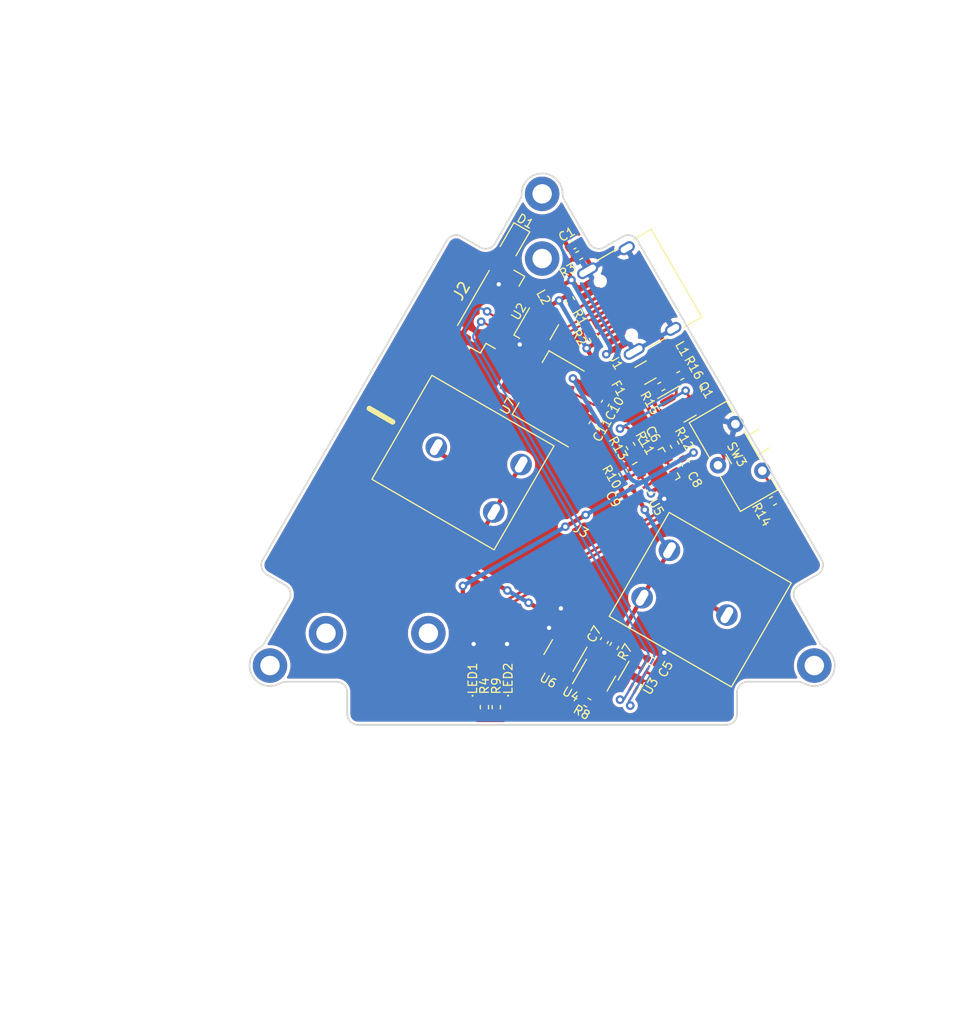
<source format=kicad_pcb>
(kicad_pcb (version 20211014) (generator pcbnew)
  (layers (0 "F.Cu" signal) (31 "B.Cu" signal) (34 "B.Paste" user) (35 "F.Paste" user) (36 "B.SilkS" user "B.Silkscreen") (37 "F.SilkS" user "F.Silkscreen") (38 "B.Mask" user) (39 "F.Mask" user) (44 "Edge.Cuts" user))
  (net 0 "")
  (net 1 "GNDPWR")
  (net 2 "Earth")
  (net 3 "GND")
  (net 4 "+BATT")
  (net 5 "+5V")
  (net 6 "Net-(C7-Pad1)")
  (net 7 "Net-(C7-Pad2)")
  (net 8 "+VSW")
  (net 9 "+3.3V")
  (net 10 "Net-(F1-Pad2)")
  (net 11 "VBUS")
  (net 12 "Net-(J1-PadA5)")
  (net 13 "USB-D+")
  (net 14 "USB-D-")
  (net 16 "Net-(J1-PadB5)")
  (net 18 "Net-(LED1-Pad1)")
  (net 19 "Net-(LED2-Pad1)")
  (net 20 "Net-(Q1-Pad1)")
  (net 21 "SYSOFF")
  (net 22 "Net-(R8-Pad2)")
  (net 23 "Net-(R9-Pad2)")
  (net 24 "Net-(R10-Pad1)")
  (net 25 "Net-(R11-Pad1)")
  (net 26 "/ILIM")
  (net 27 "Net-(R13-Pad1)")
  (net 28 "Net-(R14-Pad1)")
  (net 31 "Net-(U4-Pad1)")
  (net 32 "Net-(U4-Pad3)")
  (net 37 "I2c+")
  (net 38 "I2c-")
  (net 39 "Net-(R4-Pad2)")
  (footprint "Package_DFN_QFN:DFN-8-1EP_2x2mm_P0.5mm_EP0.7x1.3mm" (layer "F.Cu") (at -5.122768 40.524309 -120)
    (fp_text reference "U3")
    (fp_text value "MAX17048")
  )
  (footprint "Connector_JST:JST_SH_BM06B-SRSS-TB_1x06-1MP_P1.00mm_Vertical" (layer "F.Cu") (at -18.280301 6.411584 60)
    (fp_text reference "J2")
    (fp_text value "JST SH")
  )
  (footprint "Package_TO_SOT_SMD:SOT-23-6" (layer "F.Cu") (at -8.567894 40.391444 60)
    (fp_text reference "U4")
    (fp_text value "DW01A")
  )
  (footprint "Fuse:Fuse_1206_3216Metric" (layer "F.Cu") (at -4.047564 12.336482 30)
    (fp_text reference "F1")
    (fp_text value "1.5A")
  )
  (footprint "Resistor_SMD:R_0402_1005Metric" (layer "F.Cu") (at 7.78532 24.239781 -150)
    (fp_text reference "R14")
    (fp_text value "100 kOhm")
  )
  (footprint "LED_SMD:LED_0402_1005Metric" (layer "F.Cu") (at -20.100001 43.384999 -90)
    (fp_text reference "LED1")
    (fp_text value "green")
  )
  (footprint "Package_TO_SOT_SMD:SOT-23" (layer "F.Cu") (at -0.691827 15.248791 30)
    (fp_text reference "Q1")
    (fp_text value "2N7002")
  )
  (footprint "Capacitor_SMD:C_0402_1005Metric" (layer "F.Cu") (at -7.868921 37.180783 -120)
    (fp_text reference "C7")
    (fp_text value "100 nF")
  )
  (footprint "Capacitor_SMD:C_0402_1005Metric" (layer "F.Cu") (at -0.34859 20.743298 -60)
    (fp_text reference "C8")
    (fp_text value "4.7 uF")
  )
  (footprint "Resistor_SMD:R_0402_1005Metric" (layer "F.Cu") (at -1.343589 19.019904 120)
    (fp_text reference "R12")
    (fp_text value "1k2")
  )
  (footprint "Capacitor_SMD:C_0402_1005Metric" (layer "F.Cu") (at -3.386121 17.982139 120)
    (fp_text reference "C6")
    (fp_text value "4.7 uF")
  )
  (footprint "Inductor_SMD:L_0402_1005Metric" (layer "F.Cu") (at -1.643589 10.700289 -60)
    (fp_text reference "L1")
    (fp_text value "BLM15PX121SN1D")
  )
  (footprint "custom:MountingHole_1.8mm_M1.6_Pad" (layer "F.Cu") (at -13.641536 -4.242285 -60)
    (fp_text reference "H1" hide)
    (fp_text value "Frame Attach")
  )
  (footprint "Resistor_SMD:R_0402_1005Metric" (layer "F.Cu") (at -19.000001 43.360001 90)
    (fp_text reference "R4")
    (fp_text value "1.5 kOhm")
  )
  (footprint "Resistor_SMD:R_0402_1005Metric" (layer "F.Cu") (at -2.577416 13.622858 30)
    (fp_text reference "R15")
    (fp_text value "100 Ohm")
  )
  (footprint "Diode_SMD:D_SOD-323" (layer "F.Cu") (at -16.278653 0.156872 -120)
    (fp_text reference "D1")
    (fp_text value "BSD3C051V")
  )
  (footprint "Capacitor_SMD:C_0402_1005Metric" (layer "F.Cu") (at -7.78333 15.172529 -120)
    (fp_text reference "C10")
    (fp_text value "1 uF")
  )
  (footprint "custom:MountingHole_1.8mm_M1.6_Pad" (layer "F.Cu") (at -38.896156 39.5 -60)
    (fp_text reference "H3" hide)
    (fp_text value "Frame Attach")
  )
  (footprint "Resistor_SMD:R_0402_1005Metric" (layer "F.Cu") (at -4.310446 18.481156 120)
    (fp_text reference "R11")
    (fp_text value "47k")
  )
  (footprint "custom:MountingHole_1.8mm_M1.6_Pad" (layer "F.Cu") (at -13.641535 1.757716 -90)
    (fp_text reference "H5" hide)
    (fp_text value "Frame Attach")
  )
  (footprint "Resistor_SMD:R_0402_1005Metric" (layer "F.Cu") (at -10.2023 1.456166 -150)
    (fp_text reference "R3")
    (fp_text value "1 MOhm")
  )
  (footprint "Capacitor_SMD:C_0402_1005Metric" (layer "F.Cu") (at -5.698139 23.277604 -150)
    (fp_text reference "C9")
    (fp_text value "4.7 uF")
  )
  (footprint "marbastlib-various:SW_SSSS213100" (layer "F.Cu") (at 4.114843 20.094684 -60)
    (fp_text reference "SW3")
    (fp_text value "PWR")
  )
  (footprint "Package_DFN_QFN:VQFN-16-1EP_3x3mm_P0.5mm_EP1.6x1.6mm" (layer "F.Cu") (at -3.051857 21.461099 30)
    (fp_text reference "U5")
    (fp_text value "BQ24075")
  )
  (footprint "Resistor_SMD:R_0402_1005Metric" (layer "F.Cu") (at -11.040833 5.623789 -60)
    (fp_text reference "R1")
    (fp_text value "22kOhm")
  )
  (footprint "Resistor_SMD:R_0402_1005Metric" (layer "F.Cu") (at -9.446222 42.932751 150)
    (fp_text reference "R8")
    (fp_text value "1 kOhm")
  )
  (footprint "marbastlib-various:SOT-23-6-routable" (layer "F.Cu") (at -13.864755 7.805871 60)
    (fp_text reference "U2")
    (fp_text value "SRV05-4")
  )
  (footprint "custom:MountingHole_1.8mm_M1.6_Pad" (layer "F.Cu") (at -24.2 36.5 150)
    (fp_text reference "H4" hide)
    (fp_text value "Frame Attach")
  )
  (footprint "Capacitor_SMD:C_0402_1005Metric" (layer "F.Cu") (at -10.778282 0.51854 30)
    (fp_text reference "C1")
    (fp_text value "100 nF")
  )
  (footprint "Inductor_SMD:L_0402_1005Metric" (layer "F.Cu") (at -12.153615 4.466391 -150)
    (fp_text reference "L2")
    (fp_text value "BLM15PX121SN1D")
  )
  (footprint "Capacitor_SMD:C_0402_1005Metric" (layer "F.Cu") (at -3.459318 39.103129 150)
    (fp_text reference "C5")
    (fp_text value "100 nF")
  )
  (footprint "custom:MountingHole_1.8mm_M1.6_Pad" (layer "F.Cu") (at -33.7 36.5 30)
    (fp_text reference "H6" hide)
    (fp_text value "Frame Attach")
  )
  (footprint "Resistor_SMD:R_0402_1005Metric" (layer "F.Cu") (at -6.944596 37.679801 -120)
    (fp_text reference "R7")
    (fp_text value "100 Ohm")
  )
  (footprint "Package_TO_SOT_SMD:SOT-23-6" (layer "F.Cu") (at -11.728886 38.566442 -120)
    (fp_text reference "U6")
    (fp_text value "FS8205")
  )
  (footprint "Resistor_SMD:R_0402_1005Metric" (layer "F.Cu") (at -6.133426 21.623661 120)
    (fp_text reference "R10")
    (fp_text value "10 kOhm")
  )
  (footprint "Resistor_SMD:R_0402_1005Metric" (layer "F.Cu") (at -8.855929 9.108152 120)
    (fp_text reference "R2")
    (fp_text value "22kOhm")
  )
  (footprint "custom:MountingHole_1.8mm_M1.6_Pad" (layer "F.Cu") (at 11.613084 39.5 -60)
    (fp_text reference "H2" hide)
    (fp_text value "Frame Attach")
  )
  (footprint "Capacitor_SMD:C_0402_1005Metric" (layer "F.Cu") (at -8.928554 17.156116 -120)
    (fp_text reference "C11")
    (fp_text value "1 uF")
  )
  (footprint "Package_TO_SOT_SMD:SOT-223-3_TabPin2" (layer "F.Cu") (at -13.056983 14.21831 150)
    (fp_text reference "U7")
    (fp_text value "TLV1117LV33DCYR")
  )
  (footprint "Resistor_SMD:R_0402_1005Metric" (layer "F.Cu") (at -17.9 43.36 90)
    (fp_text reference "R9")
    (fp_text value "1.5 kOhm")
  )
  (footprint "Resistor_SMD:R_0402_1005Metric" (layer "F.Cu") (at -5.436279 19.131155 120)
    (fp_text reference "R13")
    (fp_text value "1k2")
  )
  (footprint "custom:Keystone 18350 clips" (layer "F.Cu") (at -9.978248 27.034238 150)
    (fp_text reference "J3")
    (fp_text value "Battery")
  )
  (footprint "LED_SMD:LED_0402_1005Metric" (layer "F.Cu") (at -16.800001 43.385001 -90)
    (fp_text reference "LED2")
    (fp_text value "orange")
  )
  (footprint "Resistor_SMD:R_0402_1005Metric" (layer "F.Cu") (at -0.828044 12.612858 30)
    (fp_text reference "R16")
    (fp_text value "10 kOhm")
  )
  (footprint "Connector_USB:USB_C_Receptacle_HRO_TYPE-C-31-M-12" (layer "F.Cu") (at -4.551281 5.064019 120)
    (fp_text reference "J1")
    (fp_text value "HRO_TYPE-C-31-M-12")
  )
  (gr_line (start 4.446896 44) (end 4.446895 42.000001) (layer "Edge.Cuts") (width 0.15))
  (gr_line (start 9.829029 33.409924) (end 12.177277 37.477207) (layer "Edge.Cuts") (width 0.15))
  (gr_line (start -22.487769 0.079844) (end -39.5762 29.677872) (layer "Edge.Cuts") (width 0.15))
  (gr_arc (start -32.729965 41.000002) (mid -32.022855 41.292893) (end -31.729964 42.000003) (layer "Edge.Cuts") (width 0.15))
  (gr_arc (start -15.541476 -4.227352) (mid -15.574512 -3.964472) (end -15.675419 -3.719493) (layer "Edge.Cuts") (width 0.15))
  (gr_arc (start -39.210174 31.043897) (mid -39.676105 30.436699) (end -39.5762 29.677872) (layer "Edge.Cuts") (width 0.15))
  (gr_line (start -39.210174 31.043897) (end -37.478124 32.043897) (layer "Edge.Cuts") (width 0.15))
  (gr_arc (start -22.487769 0.079844) (mid -21.880563 -0.386079) (end -21.121745 -0.286183) (layer "Edge.Cuts") (width 0.15))
  (gr_arc (start -37.93325 41.137934) (mid -37.689075 41.035095) (end -37.426462 41.000001) (layer "Edge.Cuts") (width 0.15))
  (gr_line (start 10.195055 32.043899) (end 11.927105 31.043898) (layer "Edge.Cuts") (width 0.15))
  (gr_arc (start -37.478124 32.043897) (mid -37.012192 32.651102) (end -37.112098 33.409922) (layer "Edge.Cuts") (width 0.15))
  (gr_line (start -19.389693 0.713818) (end -21.121745 -0.286183) (layer "Edge.Cuts") (width 0.15))
  (gr_arc (start -18.023669 0.347793) (mid -18.630874 0.81372) (end -19.389693 0.713818) (layer "Edge.Cuts") (width 0.15))
  (gr_arc (start -30.729965 45.000001) (mid -31.437084 44.707119) (end -31.729964 44.000001) (layer "Edge.Cuts") (width 0.15))
  (gr_line (start -11.60765 -3.719495) (end -9.2594 0.347791) (layer "Edge.Cuts") (width 0.15))
  (gr_arc (start 12.550126 37.847137) (mid 12.338964 37.687105) (end 12.177277 37.477207) (layer "Edge.Cuts") (width 0.15))
  (gr_arc (start -39.460347 37.477209) (mid -39.62205 37.687091) (end -39.833193 37.847138) (layer "Edge.Cuts") (width 0.15))
  (gr_arc (start 4.446895 42.000001) (mid 4.739822 41.292927) (end 5.446896 41.000001) (layer "Edge.Cuts") (width 0.15))
  (gr_arc (start -15.541476 -4.227352) (mid -13.641536 -6.142282) (end -11.741593 -4.227353) (layer "Edge.Cuts") (width 0.15))
  (gr_line (start -37.112098 33.409922) (end -39.460347 37.477209) (layer "Edge.Cuts") (width 0.15))
  (gr_line (start -6.161325 -0.286184) (end -7.893376 0.713818) (layer "Edge.Cuts") (width 0.15))
  (gr_arc (start 12.293129 29.677872) (mid 12.393039 30.436694) (end 11.927105 31.043898) (layer "Edge.Cuts") (width 0.15))
  (gr_arc (start 10.143392 41.000001) (mid 10.406009 41.035087) (end 10.650183 41.137933) (layer "Edge.Cuts") (width 0.15))
  (gr_arc (start 9.829029 33.409924) (mid 9.729082 32.651092) (end 10.195055 32.043899) (layer "Edge.Cuts") (width 0.15))
  (gr_line (start -15.675419 -3.719493) (end -18.023669 0.347793) (layer "Edge.Cuts") (width 0.15))
  (gr_line (start 12.293129 29.677872) (end -4.7953 0.079842) (layer "Edge.Cuts") (width 0.15))
  (gr_arc (start 12.550126 37.847137) (mid 13.258532 40.450001) (end 10.650183 41.137933) (layer "Edge.Cuts") (width 0.15))
  (gr_line (start -31.729964 42.000003) (end -31.729964 44.000001) (layer "Edge.Cuts") (width 0.15))
  (gr_arc (start -37.93325 41.137934) (mid -40.541603 40.450002) (end -39.833193 37.847138) (layer "Edge.Cuts") (width 0.15))
  (gr_line (start -37.426462 41.000001) (end -32.729965 41.000002) (layer "Edge.Cuts") (width 0.15))
  (gr_arc (start -6.161325 -0.286184) (mid -5.402518 -0.38604) (end -4.7953 0.079842) (layer "Edge.Cuts") (width 0.15))
  (gr_arc (start 4.446896 44) (mid 4.154027 44.707133) (end 3.446894 45.000001) (layer "Edge.Cuts") (width 0.15))
  (gr_line (start 5.446896 41.000001) (end 10.143392 41.000001) (layer "Edge.Cuts") (width 0.15))
  (gr_arc (start -11.60765 -3.719495) (mid -11.70855 -3.964476) (end -11.741593 -4.227353) (layer "Edge.Cuts") (width 0.15))
  (gr_line (start -30.729965 45.000001) (end 3.446894 45.000001) (layer "Edge.Cuts") (width 0.15))
  (gr_arc (start -7.893376 0.713818) (mid -8.652197 0.813723) (end -9.2594 0.347791) (layer "Edge.Cuts") (width 0.15))
  (segment (start -10.849813 3.71364) (end -10.56545 4.206172) (width 0.4) (layer "F.Cu") (net 1))
  (segment (start -11.232438 2.050918) (end -10.643975 1.711165) (width 0.4) (layer "F.Cu") (net 1))
  (segment (start -11.634998 0.128636) (end -14.6725 -1.625066) (width 0.4) (layer "F.Cu") (net 1))
  (segment (start -6.429355 9.901099) (end -7.689422 10.628601) (width 0.4) (layer "F.Cu") (net 1))
  (segment (start -15.355513 -1.442054) (end -15.753653 -0.752455) (width 0.4) (layer "F.Cu") (net 1))
  (segment (start -11.733592 4.22389) (end -10.849813 3.71364) (width 0.4) (layer "F.Cu") (net 1))
  (segment (start -10.849813 3.71364) (end -11.415451 2.733929) (width 0.4) (layer "F.Cu") (net 1))
  (segment (start -10.643975 1.711165) (end -11.451985 0.311649) (width 0.4) (layer "F.Cu") (net 1))
  (via (at -7.689422 10.628601) (size 0.8) (drill 0.4) (layers "F.Cu" "B.Cu") (net 1))
  (via (at -10.919743 3.754015) (size 0.8) (drill 0.4) (layers "F.Cu" "B.Cu") (net 1))
  (arc (start -9.882438 4.389186) (mid -10.261846 4.439134) (end -10.56545 4.206172) (width 0.4) (layer "F.Cu") (net 1))
  (arc (start -11.451985 0.311649) (mid -11.531445 0.208096) (end -11.634998 0.128636) (width 0.4) (layer "F.Cu") (net 1))
  (arc (start -11.415451 2.733929) (mid -11.465399 2.354518) (end -11.232438 2.050918) (width 0.4) (layer "F.Cu") (net 1))
  (arc (start -14.6725 -1.625066) (mid -15.05191 -1.675016) (end -15.355513 -1.442054) (width 0.4) (layer "F.Cu") (net 1))
  (segment (start -7.488705 10.512717) (end -7.689422 10.628601) (width 0.4) (layer "B.Cu") (net 1))
  (segment (start -10.919743 3.754015) (end -7.38538 9.875711) (width 0.4) (layer "B.Cu") (net 1))
  (arc (start -7.38538 9.875711) (mid -7.335441 10.255119) (end -7.568414 10.558737) (width 0.4) (layer "B.Cu") (net 1))
  (segment (start -10.362588 0.278537) (end -8.997589 2.642788) (width 0.4) (layer "F.Cu") (net 2))
  (segment (start -5.801955 0.797789) (end -9.421943 2.88779) (width 0.4) (layer "B.Cu") (net 2))
  (segment (start -1.481957 8.280248) (end -5.801955 0.797789) (width 0.4) (layer "B.Cu") (net 2))
  (segment (start -5.101941 10.370247) (end -1.481957 8.280248) (width 0.4) (layer "B.Cu") (net 2))
  (segment (start -5.820526 41.232858) (end -5.464274 40.615814) (width 0.25) (layer "F.Cu") (net 3))
  (segment (start -3.143363 21.802604) (end -3.051857 21.461099) (width 0.25) (layer "F.Cu") (net 3))
  (segment (start -3.579688 22.631867) (end -3.564131 22.573813) (width 0.2) (layer "F.Cu") (net 3))
  (segment (start -2.114612 23.584453) (end -2.549613 22.83101) (width 0.25) (layer "F.Cu") (net 3))
  (segment (start -5.772285 40.149309) (end -5.122768 40.524309) (width 0.25) (layer "F.Cu") (net 3))
  (segment (start -3.564131 22.573813) (end -3.507663 22.541211) (width 0.2) (layer "F.Cu") (net 3))
  (segment (start -3.991997 40.065757) (end -4.473249 40.899309) (width 0.25) (layer "F.Cu") (net 3))
  (segment (start -2.938209 21.657944) (end -3.051857 21.461099) (width 0.25) (layer "F.Cu") (net 3))
  (segment (start -4.473249 40.899309) (end -5.122768 40.524309) (width 0.25) (layer "F.Cu") (net 3))
  (segment (start -1.964315 21.944779) (end -1.981993 21.914162) (width 0.2) (layer "F.Cu") (net 3))
  (segment (start -5.291036 39.315758) (end -5.772285 40.149309) (width 0.25) (layer "F.Cu") (net 3))
  (segment (start -3.921769 22.829368) (end -3.579688 22.631867) (width 0.2) (layer "F.Cu") (net 3))
  (segment (start -1.896011 21.963081) (end -1.964315 21.944779) (width 0.2) (layer "F.Cu") (net 3))
  (segment (start -1.981993 21.914162) (end -2.938209 21.657944) (width 0.2) (layer "F.Cu") (net 3))
  (segment (start -3.248701 21.574745) (end -3.051857 21.461099) (width 0.25) (layer "F.Cu") (net 3))
  (segment (start -1.683588 22.331009) (end -1.896011 21.963081) (width 0.2) (layer "F.Cu") (net 3))
  (segment (start -2.549613 22.83101) (end -3.143363 21.802604) (width 0.25) (layer "F.Cu") (net 3))
  (segment (start -5.464274 40.615814) (end -5.122768 40.524309) (width 0.25) (layer "F.Cu") (net 3))
  (segment (start -3.507663 22.541211) (end -3.248701 21.574745) (width 0.2) (layer "F.Cu") (net 3))
  (via (at -16.9 37.5) (size 0.8) (drill 0.4) (layers "F.Cu" "B.Cu") (net 3))
  (via (at -2.3 38.3) (size 0.8) (drill 0.4) (layers "F.Cu" "B.Cu") (net 3))
  (via (at -13 36) (size 0.8) (drill 0.4) (layers "F.Cu" "B.Cu") (net 3))
  (via (at -15.718587 9.721677) (size 0.8) (drill 0.4) (layers "F.Cu" "B.Cu") (net 3))
  (via (at -20 37.5) (size 0.8) (drill 0.4) (layers "F.Cu" "B.Cu") (net 3))
  (via (at -17.665959 4.148731) (size 0.8) (drill 0.4) (layers "F.Cu" "B.Cu") (net 3))
  (via (at -11.9 34.2) (size 0.8) (drill 0.4) (layers "F.Cu" "B.Cu") (net 3))
  (via (at -2.314775 24.037762) (size 0.8) (drill 0.4) (layers "F.Cu" "B.Cu") (net 3))
  (segment (start 3.505769 34.819238) (end -3.093346 31.009238) (width 0.4) (layer "F.Cu") (net 4))
  (segment (start 2.608709 34.301321) (end 3.505769 34.819238) (width 0.4) (layer "F.Cu") (net 4))
  (segment (start -4.858024 39.565758) (end -4.425012 39.815758) (width 0.25) (layer "F.Cu") (net 4))
  (segment (start -4.171771 22.396354) (end -4.296769 22.179849) (width 0.25) (layer "F.Cu") (net 4))
  (segment (start -4.296769 22.179849) (end -4.421768 21.963343) (width 0.25) (layer "F.Cu") (net 4))
  (segment (start -4.117447 25.055443) (end -5.282447 23.037604) (width 0.4) (layer "F.Cu") (net 4))
  (segment (start -3.093346 31.009238) (end -4.363348 33.208942) (width 0.4) (layer "F.Cu") (net 4))
  (segment (start -4.171769 22.396357) (end -5.152541 22.962606) (width 0.25) (layer "F.Cu") (net 4))
  (segment (start 2.34657 34.149975) (end 3.505768 34.819238) (width 0.4) (layer "F.Cu") (net 4))
  (segment (start -4.425012 39.815758) (end -3.875011 38.863128) (width 0.25) (layer "F.Cu") (net 4))
  (segment (start -6.689596 37.238128) (end -3.875011 38.863128) (width 0.4) (layer "F.Cu") (net 4))
  (segment (start -6.689596 37.238128) (end -4.363348 33.208942) (width 0.4) (layer "F.Cu") (net 4))
  (segment (start -5.282447 23.037604) (end -5.152541 22.962603) (width 0.25) (layer "F.Cu") (net 4))
  (segment (start 7.343648 24.494782) (end 2.163556 33.466963) (width 0.4) (layer "F.Cu") (net 4))
  (segment (start -5.152541 22.962603) (end -5.152541 22.962606) (width 0.25) (layer "F.Cu") (net 4))
  (segment (start -1.918351 28.864386) (end -1.823345 28.809534) (width 0.25) (layer "F.Cu") (net 4))
  (segment (start -4.363348 33.208942) (end -1.823345 28.809534) (width 0.4) (layer "F.Cu") (net 4))
  (via (at -4.117447 25.055443) (size 0.8) (drill 0.4) (layers "F.Cu" "B.Cu") (net 4))
  (arc (start 2.163556 33.466963) (mid 2.113606 33.846372) (end 2.34657 34.149975) (width 0.4) (layer "F.Cu") (net 4))
  (segment (start -1.918351 28.864386) (end -1.823345 28.809534) (width 0.4) (layer "B.Cu") (net 4))
  (segment (start -4.117447 25.055443) (end -1.918351 28.864386) (width 0.4) (layer "B.Cu") (net 4))
  (segment (start -12.065255 5.649436) (end -12.659222 5.992363) (width 0.4) (layer "F.Cu") (net 5))
  (segment (start -5.26 13.036484) (end -4.585446 14.204845) (width 0.4) (layer "F.Cu") (net 5))
  (segment (start -3.121087 19.841187) (end -3.077787 19.816187) (width 0.25) (layer "F.Cu") (net 5))
  (segment (start -8.600928 9.549825) (end -9.510255 10.074824) (width 0.4) (layer "F.Cu") (net 5))
  (segment (start -2.947883 19.741186) (end -3.034486 19.791185) (width 0.4) (layer "F.Cu") (net 5))
  (segment (start -3.146121 18.397829) (end -2.764871 19.058173) (width 0.4) (layer "F.Cu") (net 5))
  (segment (start -11.295831 5.182115) (end -12.057935 5.622116) (width 0.4) (layer "F.Cu") (net 5))
  (segment (start -9.510255 10.074824) (end -7.665256 13.27046) (width 0.4) (layer "F.Cu") (net 5))
  (segment (start -2.84301 18.222829) (end -3.146121 18.397829) (width 0.4) (layer "F.Cu") (net 5))
  (segment (start -12.057935 5.622116) (end -12.065255 5.649436) (width 0.4) (layer "F.Cu") (net 5))
  (segment (start -3.077787 19.816187) (end -3.034486 19.791185) (width 0.25) (layer "F.Cu") (net 5))
  (segment (start -6.299228 13.636484) (end -5.26 13.036484) (width 0.4) (layer "F.Cu") (net 5))
  (segment (start -3.902433 14.387857) (end -3.019089 13.877858) (width 0.4) (layer "F.Cu") (net 5))
  (segment (start -4.585446 14.204845) (end -2.659999 17.539817) (width 0.4) (layer "F.Cu") (net 5))
  (segment (start -5.26 13.036484) (end -5.26732 13.063804) (width 0.4) (layer "F.Cu") (net 5))
  (segment (start -13.275354 6.791586) (end -13.025249 6.358388) (width 0.4) (layer "F.Cu") (net 5))
  (via (at -12.065255 5.649436) (size 0.8) (drill 0.4) (layers "F.Cu" "B.Cu") (net 5))
  (via (at -9.510255 10.074824) (size 0.8) (drill 0.4) (layers "F.Cu" "B.Cu") (net 5))
  (arc (start -6.299228 13.636484) (mid -7.058049 13.736385) (end -7.665256 13.27046) (width 0.4) (layer "F.Cu") (net 5))
  (arc (start -12.659222 5.992363) (mid -12.866331 6.151281) (end -13.025249 6.358388) (width 0.4) (layer "F.Cu") (net 5))
  (arc (start -2.764871 19.058173) (mid -2.71492 19.437581) (end -2.947883 19.741186) (width 0.4) (layer "F.Cu") (net 5))
  (arc (start -4.585446 14.204845) (mid -4.281843 14.437809) (end -3.902433 14.387857) (width 0.4) (layer "F.Cu") (net 5))
  (arc (start -2.659999 17.539817) (mid -2.610048 17.919226) (end -2.84301 18.222829) (width 0.4) (layer "F.Cu") (net 5))
  (segment (start -12.065255 5.649436) (end -9.515256 10.066166) (width 0.4) (layer "B.Cu") (net 5))
  (segment (start -7.999143 39.406337) (end -7.267892 38.139776) (width 0.25) (layer "F.Cu") (net 6))
  (segment (start -7.216914 38.111474) (end -7.575619 36.77277) (width 0.3) (layer "F.Cu") (net 6))
  (segment (start -16.870939 32.537724) (end -20.103375 30.671475) (width 0.4) (layer "F.Cu") (net 7))
  (segment (start -18.13315 25.258944) (end -20.469402 29.305448) (width 0.4) (layer "F.Cu") (net 7))
  (segment (start -10.337415 38.056337) (end -8.821865 38.931339) (width 0.4) (layer "F.Cu") (net 7))
  (segment (start -15.76815 21.162642) (end -18.308148 25.562052) (width 0.4) (layer "F.Cu") (net 7))
  (segment (start -14.90073 33.675223) (end -8.108921 37.596475) (width 0.4) (layer "F.Cu") (net 7))
  (segment (start -8.821865 38.931339) (end -8.090616 37.664774) (width 0.4) (layer "F.Cu") (net 7))
  (segment (start -23.63726 19.552348) (end -17.038148 23.362346) (width 0.4) (layer "F.Cu") (net 7))
  (via (at -14.90073 33.675223) (size 0.8) (drill 0.4) (layers "F.Cu" "B.Cu") (net 7))
  (via (at -16.870939 32.537724) (size 0.8) (drill 0.4) (layers "F.Cu" "B.Cu") (net 7))
  (arc (start -20.469402 29.305448) (mid -20.5693 30.064268) (end -20.103375 30.671475) (width 0.4) (layer "F.Cu") (net 7))
  (segment (start -16.870939 32.537724) (end -14.90073 33.675223) (width 0.4) (layer "B.Cu") (net 7))
  (segment (start -2.982627 23.081011) (end -3.086549 23.14101) (width 0.2) (layer "F.Cu") (net 8))
  (segment (start 0.234136 19.852604) (end -0.588588 20.327607) (width 0.4) (layer "F.Cu") (net 8))
  (segment (start -10.783733 12.874963) (end -9.179004 13.801453) (width 0.4) (layer "F.Cu") (net 8))
  (segment (start -1.681946 20.958854) (end -0.588588 20.327607) (width 0.25) (layer "F.Cu") (net 8))
  (segment (start -7.546825 14.743792) (end -9.179004 13.801453) (width 0.4) (layer "F.Cu") (net 8))
  (segment (start -16.8 43.869999) (end -16.800002 44.039999) (width 0.4) (layer "F.Cu") (net 8))
  (segment (start -16.748948 43.818945) (end -16.8 43.869999) (width 0.4) (layer "F.Cu") (net 8))
  (segment (start -3.543421 23.534688) (end -3.50224 23.38101) (width 0.4) (layer "F.Cu") (net 8))
  (segment (start -3.090879 23.14351) (end -3.502244 23.381012) (width 0.4) (layer "F.Cu") (net 8))
  (segment (start -20.100001 43.869999) (end -20.5 43.869999) (width 0.4) (layer "F.Cu") (net 8))
  (segment (start -17.300002 44.54) (end -19.599998 44.54) (width 0.4) (layer "F.Cu") (net 8))
  (segment (start -21 43.369999) (end -21 32.11539) (width 0.4) (layer "F.Cu") (net 8))
  (segment (start -21 32.11539) (end -20.992305 32.107695) (width 0.4) (layer "F.Cu") (net 8))
  (segment (start -3.502244 23.381012) (end -3.543421 23.534688) (width 0.4) (layer "F.Cu") (net 8))
  (segment (start -11.487733 26.620228) (end -9.604128 25.532728) (width 0.4) (layer "F.Cu") (net 8))
  (segment (start -1.809688 21.032601) (end -2.059687 20.599591) (width 0.25) (layer "F.Cu") (net 8))
  (via (at -11.487733 26.620228) (size 0.8) (drill 0.4) (layers "F.Cu" "B.Cu") (net 8))
  (via (at -10.783733 12.874963) (size 0.8) (drill 0.4) (layers "F.Cu" "B.Cu") (net 8))
  (via (at -20.992305 32.107695) (size 0.8) (drill 0.4) (layers "F.Cu" "B.Cu") (net 8))
  (via (at 0.40734 19.752604) (size 0.8) (drill 0.4) (layers "F.Cu" "B.Cu") (net 8))
  (via (at -3.543421 23.534688) (size 0.8) (drill 0.4) (layers "F.Cu" "B.Cu") (net 8))
  (via (at -9.604128 25.532728) (size 0.8) (drill 0.4) (layers "F.Cu" "B.Cu") (net 8))
  (arc (start -17.300002 44.54) (mid -16.946448 44.393551) (end -16.800002 44.039999) (width 0.4) (layer "F.Cu") (net 8))
  (arc (start -19.599998 44.54) (mid -19.953555 44.393553) (end -20.100002 44.039997) (width 0.4) (layer "F.Cu") (net 8))
  (arc (start -21 43.369999) (mid -20.853553 43.723552) (end -20.5 43.869999) (width 0.4) (layer "F.Cu") (net 8))
  (segment (start -9.604128 25.532728) (end 0.40734 19.752604) (width 0.4) (layer "B.Cu") (net 8))
  (segment (start -1.788249 21.020228) (end -3.143363 21.802604) (width 0.4) (layer "B.Cu") (net 8))
  (segment (start -5.507859 22.013046) (end -10.783733 12.874963) (width 0.4) (layer "B.Cu") (net 8))
  (segment (start -3.760408 22.158855) (end -3.143363 21.802604) (width 0.4) (layer "B.Cu") (net 8))
  (segment (start 0.234136 19.852604) (end -1.788249 21.020228) (width 0.4) (layer "B.Cu") (net 8))
  (segment (start -3.543421 23.534688) (end -3.94342 22.841868) (width 0.4) (layer "B.Cu") (net 8))
  (segment (start -3.143363 21.802604) (end -4.141833 22.379071) (width 0.4) (layer "B.Cu") (net 8))
  (segment (start -20.992305 32.107695) (end -11.487733 26.620228) (width 0.4) (layer "B.Cu") (net 8))
  (arc (start -3.94342 22.841868) (mid -3.99337 22.462457) (end -3.760408 22.158855) (width 0.4) (layer "B.Cu") (net 8))
  (arc (start -5.507859 22.013046) (mid -4.900652 22.478972) (end -4.141833 22.379071) (width 0.4) (layer "B.Cu") (net 8))
  (segment (start -18.382818 9.239147) (end -14.975896 11.206133) (width 0.4) (layer "F.Cu") (net 9))
  (segment (start -15.784963 12.64331) (end -10.329003 15.793311) (width 0.5) (layer "F.Cu") (net 9))
  (segment (start -8.688555 16.740425) (end -10.329003 15.793311) (width 0.4) (layer "F.Cu") (net 9))
  (segment (start -1.40109 11.120311) (end -2.466301 11.735311) (width 0.4) (layer "F.Cu") (net 10))
  (segment (start -5.886356 7.844498) (end -6.092473 8.613741) (width 0.4) (layer "F.Cu") (net 11))
  (segment (start -8.396024 4.62387) (end -7.626783 4.829986) (width 0.4) (layer "F.Cu") (net 11))
  (segment (start -9.279356 4.964756) (end -8.775436 4.673817) (width 0.4) (layer "F.Cu") (net 11))
  (segment (start -5.632702 7.69805) (end -3.364199 8.305893) (width 0.4) (layer "F.Cu") (net 11))
  (segment (start -7.323178 5.062948) (end -5.936303 7.465086) (width 0.4) (layer "F.Cu") (net 11))
  (segment (start -6.325437 8.917343) (end -6.829355 9.20828) (width 0.4) (layer "F.Cu") (net 11))
  (segment (start -2.756991 8.771819) (end -1.886089 10.280266) (width 0.4) (layer "F.Cu") (net 11))
  (arc (start -6.092473 8.613741) (mid -6.178761 8.788711) (end -6.325437 8.917343) (width 0.4) (layer "F.Cu") (net 11))
  (arc (start -5.936303 7.465086) (mid -5.807673 7.611763) (end -5.632702 7.69805) (width 0.4) (layer "F.Cu") (net 11))
  (arc (start -7.323178 5.062948) (mid -7.451814 4.916272) (end -7.626783 4.829986) (width 0.4) (layer "F.Cu") (net 11))
  (arc (start -2.756991 8.771819) (mid -3.014254 8.478467) (end -3.364199 8.305893) (width 0.4) (layer "F.Cu") (net 11))
  (arc (start -8.396024 4.62387) (mid -8.590698 4.611109) (end -8.775436 4.673817) (width 0.4) (layer "F.Cu") (net 11))
  (arc (start -5.886356 7.844498) (mid -5.873597 7.649824) (end -5.936303 7.465086) (width 0.4) (layer "F.Cu") (net 11))
  (segment (start -7.429354 8.16905) (end -8.550848 8.816544) (width 0.25) (layer "F.Cu") (net 12))
  (arc (start -9.110929 8.666478) (mid -8.861973 8.857505) (end -8.550848 8.816544) (width 0.25) (layer "F.Cu") (net 12))
  (segment (start -7.084978 6.815524) (end -7.929356 7.303023) (width 0.2) (layer "F.Cu") (net 13))
  (segment (start -7.516677 5.967799) (end -7.066678 6.747223) (width 0.2) (layer "F.Cu") (net 13))
  (segment (start -12.454531 7.263291) (end -12.667032 7.631351) (width 0.2) (layer "F.Cu") (net 13))
  (segment (start -7.066678 6.747223) (end -7.084978 6.815524) (width 0.2) (layer "F.Cu") (net 13))
  (segment (start -7.584979 5.949499) (end -7.516677 5.967799) (width 0.2) (layer "F.Cu") (net 13))
  (segment (start -16.382817 5.775046) (end -16.291311 6.116551) (width 0.2) (layer "F.Cu") (net 13))
  (segment (start -8.931648 6.726998) (end -11.83343 8.404062) (width 0.2) (layer "F.Cu") (net 13))
  (segment (start -8.429354 6.436999) (end -7.584979 5.949499) (width 0.2) (layer "F.Cu") (net 13))
  (segment (start -16.291311 6.116551) (end -12.267656 8.439609) (width 0.2) (layer "F.Cu") (net 13))
  (arc (start -12.484022 8.314364) (mid -12.716983 8.010761) (end -12.667032 7.631351) (width 0.2) (layer "F.Cu") (net 13))
  (arc (start -12.267656 8.439609) (mid -12.083512 8.471161) (end -11.83343 8.404062) (width 0.2) (layer "F.Cu") (net 13))
  (segment (start -8.523729 8.223537) (end -7.679354 7.736037) (width 0.2) (layer "F.Cu") (net 14))
  (segment (start -8.681648 7.160011) (end -11.582144 8.837336) (width 0.2) (layer "F.Cu") (net 14))
  (segment (start -8.179355 6.870012) (end -9.023728 7.357511) (width 0.2) (layer "F.Cu") (net 14))
  (segment (start -16.882817 6.641071) (end -16.541312 6.549565) (width 0.2) (layer "F.Cu") (net 14))
  (segment (start -9.023728 7.357511) (end -9.042031 7.425814) (width 0.2) (layer "F.Cu") (net 14))
  (segment (start -13.629532 9.29845) (end -13.417034 8.930388) (width 0.2) (layer "F.Cu") (net 14))
  (segment (start -16.541312 6.549565) (end -12.517655 8.872622) (width 0.2) (layer "F.Cu") (net 14))
  (segment (start -9.042031 7.425814) (end -8.59203 8.205236) (width 0.2) (layer "F.Cu") (net 14))
  (segment (start -8.59203 8.205236) (end -8.523729 8.223537) (width 0.2) (layer "F.Cu") (net 14))
  (arc (start -12.73402 8.747376) (mid -13.113429 8.697428) (end -13.417034 8.930388) (width 0.2) (layer "F.Cu") (net 14))
  (arc (start -12.517655 8.872622) (mid -12.082402 8.971663) (end -11.582144 8.837336) (width 0.2) (layer "F.Cu") (net 14))
  (segment (start -10.102819 6.248473) (end -8.929355 5.570972) (width 0.25) (layer "F.Cu") (net 16))
  (arc (start -10.102819 6.248473) (mid -10.482226 6.29842) (end -10.785834 6.06546) (width 0.25) (layer "F.Cu") (net 16))
  (segment (start -19.970002 42.9) (end -19.000001 43.870001) (width 0.25) (layer "F.Cu") (net 18))
  (segment (start -16.929999 42.899998) (end -17.9 43.87) (width 0.25) (layer "F.Cu") (net 19))
  (segment (start -16.800002 42.899997) (end -16.929999 42.899998) (width 0.25) (layer "F.Cu") (net 19))
  (segment (start -1.702728 13.117857) (end -1.269717 12.867858) (width 0.25) (layer "F.Cu") (net 20))
  (segment (start -1.978727 14.894817) (end -1.435296 14.581067) (width 0.25) (layer "F.Cu") (net 20))
  (segment (start -1.252282 13.898054) (end -1.702728 13.117857) (width 0.25) (layer "F.Cu") (net 20))
  (segment (start -2.135742 13.367858) (end -1.702728 13.117857) (width 0.25) (layer "F.Cu") (net 20))
  (arc (start -1.435296 14.581067) (mid -1.202332 14.277462) (end -1.252282 13.898054) (width 0.25) (layer "F.Cu") (net 20))
  (segment (start -0.323679 14.011443) (end 0.120073 14.780039) (width 0.25) (layer "F.Cu") (net 21))
  (segment (start -3.985284 20.334358) (end -5.557784 17.610706) (width 0.25) (layer "F.Cu") (net 21))
  (segment (start -3.987113 20.341187) (end -3.985284 20.334358) (width 0.25) (layer "F.Cu") (net 21))
  (segment (start 2.98706 20.745808) (end 2.446659 21.057809) (width 0.25) (layer "F.Cu") (net 21))
  (segment (start -6.240796 17.427693) (end -6.418332 17.530193) (width 0.25) (layer "F.Cu") (net 21))
  (segment (start -3.987114 20.341186) (end -3.985282 20.334358) (width 0.25) (layer "F.Cu") (net 21))
  (segment (start 0.120073 14.780039) (end 3.170072 20.062795) (width 0.25) (layer "F.Cu") (net 21))
  (via (at -6.418332 17.530193) (size 0.8) (drill 0.4) (layers "F.Cu" "B.Cu") (net 21))
  (via (at -0.323679 14.011443) (size 0.8) (drill 0.4) (layers "F.Cu" "B.Cu") (net 21))
  (arc (start -6.240796 17.427693) (mid -5.861388 17.377745) (end -5.557784 17.610706) (width 0.25) (layer "F.Cu") (net 21))
  (arc (start 2.98706 20.745808) (mid 3.220021 20.442205) (end 3.170072 20.062795) (width 0.25) (layer "F.Cu") (net 21))
  (segment (start -0.323679 14.011443) (end -6.418332 17.530193) (width 0.25) (layer "B.Cu") (net 21))
  (segment (start -9.136644 41.376547) (end -9.887895 42.677751) (width 0.25) (layer "F.Cu") (net 22))
  (segment (start -16.790864 33.884283) (end -0.295313 24.360571) (width 0.25) (layer "F.Cu") (net 23))
  (segment (start -17.9 42.85) (end -17.9 34.813595) (width 0.25) (layer "F.Cu") (net 23))
  (segment (start -0.1123 23.677559) (end -1.431945 21.391867) (width 0.25) (layer "F.Cu") (net 23))
  (segment (start -17.650105 34.380642) (end -16.790864 33.884283) (width 0.25) (layer "F.Cu") (net 23))
  (arc (start -0.1123 23.677559) (mid -0.062351 24.056969) (end -0.295313 24.360571) (width 0.25) (layer "F.Cu") (net 23))
  (arc (start -17.650105 34.380642) (mid -17.833044 34.563647) (end -17.9 34.813595) (width 0.25) (layer "F.Cu") (net 23))
  (segment (start -5.808427 22.18658) (end -4.671768 21.530329) (width 0.25) (layer "F.Cu") (net 24))
  (segment (start -5.903428 22.022032) (end -5.808427 22.18658) (width 0.25) (layer "F.Cu") (net 24))
  (segment (start -3.554102 20.091188) (end -4.110349 19.127734) (width 0.25) (layer "F.Cu") (net 25))
  (segment (start -4.110349 19.127734) (end -4.055446 18.922828) (width 0.25) (layer "F.Cu") (net 25))
  (segment (start -1.088589 19.461577) (end -2.181944 20.092828) (width 0.25) (layer "F.Cu") (net 26))
  (segment (start -2.181944 20.092828) (end -2.181946 20.09283) (width 0.25) (layer "F.Cu") (net 26))
  (segment (start -4.420125 20.591185) (end -4.976377 19.627736) (width 0.25) (layer "F.Cu") (net 27))
  (segment (start -4.976377 19.627736) (end -5.18128 19.572829) (width 0.25) (layer "F.Cu") (net 27))
  (segment (start 8.256285 23.967871) (end 8.226993 23.984781) (width 0.25) (layer "F.Cu") (net 28))
  (segment (start 6.793786 21.434746) (end 8.256285 23.967871) (width 0.25) (layer "F.Cu") (net 28))
  (segment (start 6.793786 21.434746) (end 6.69633 21.798454) (width 0.25) (layer "F.Cu") (net 28))
  (segment (start -9.959366 40.901544) (end -11.474913 40.026547) (width 0.4) (layer "F.Cu") (net 31))
  (segment (start -8.178184 40.61644) (end -12.118599 38.341441) (width 0.4) (layer "F.Cu") (net 32))
  (segment (start -8.313919 41.851547) (end -7.995171 41.299454) (width 0.4) (layer "F.Cu") (net 32))
  (segment (start -12.801612 38.524454) (end -13.12036 39.076544) (width 0.4) (layer "F.Cu") (net 32))
  (arc (start -12.118599 38.341441) (mid -12.498011 38.291493) (end -12.801612 38.524454) (width 0.4) (layer "F.Cu") (net 32))
  (arc (start -7.995171 41.299454) (mid -7.945224 40.920044) (end -8.178184 40.61644) (width 0.4) (layer "F.Cu") (net 32))
  (segment (start -19.230066 7.595287) (end -19.298366 7.613588) (width 0.2) (layer "F.Cu") (net 37))
  (segment (start -4.954498 41.732859) (end -5.572997 42.804132) (width 0.2) (layer "F.Cu") (net 37))
  (segment (start -5.46319 43.21394) (end -5.46319 43.213939) (width 0.2) (layer "F.Cu") (net 37))
  (segment (start -17.882819 8.37312) (end -19.230066 7.595287) (width 0.2) (layer "F.Cu") (net 37))
  (via (at -19.298366 7.613588) (size 0.8) (drill 0.4) (layers "F.Cu" "B.Cu") (net 37))
  (via (at -5.46319 43.213939) (size 0.8) (drill 0.4) (layers "F.Cu" "B.Cu") (net 37))
  (arc (start -5.572997 42.804132) (mid -5.602967 43.031777) (end -5.46319 43.21394) (width 0.2) (layer "F.Cu") (net 37))
  (segment (start -4.298974 40.59745) (end -4.298971 40.597452) (width 0.2) (layer "B.Cu") (net 37))
  (segment (start -3.374696 38.99655) (end -4.298974 40.59745) (width 0.2) (layer "B.Cu") (net 37))
  (segment (start -19.307941 7.608059) (end -19.298366 7.613588) (width 0.2) (layer "B.Cu") (net 37))
  (segment (start -16.189575 15.800529) (end -3.374694 37.99655) (width 0.2) (layer "B.Cu") (net 37))
  (segment (start -5.46319 43.213939) (end -5.46319 43.213939) (width 0.2) (layer "B.Cu") (net 37))
  (segment (start -4.298971 40.597452) (end -5.572998 42.804131) (width 0.2) (layer "B.Cu") (net 37))
  (segment (start -19.969384 9.253711) (end -16.189575 15.800529) (width 0.2) (layer "B.Cu") (net 37))
  (segment (start -19.969383 8.75371) (end -19.307941 7.608059) (width 0.2) (layer "B.Cu") (net 37))
  (arc (start -3.374694 37.99655) (mid -3.240721 38.496549) (end -3.374696 38.99655) (width 0.2) (layer "B.Cu") (net 37))
  (arc (start -19.969384 9.253711) (mid -20.03637 9.00371) (end -19.969383 8.75371) (width 0.2) (layer "B.Cu") (net 37))
  (arc (start -5.46319 43.213939) (mid -5.602968 43.031776) (end -5.572998 42.804131) (width 0.2) (layer "B.Cu") (net 37))
  (segment (start -6.415818 42.663939) (end -6.415818 42.663939) (width 0.2) (layer "F.Cu") (net 38))
  (segment (start -5.387511 41.482858) (end -6.006012 42.554131) (width 0.2) (layer "F.Cu") (net 38))
  (segment (start -18.730065 6.729263) (end -18.748366 6.66096) (width 0.2) (layer "F.Cu") (net 38))
  (segment (start -17.382819 7.507095) (end -18.730065 6.729263) (width 0.2) (layer "F.Cu") (net 38))
  (via (at -6.415818 42.663939) (size 0.8) (drill 0.4) (layers "F.Cu" "B.Cu") (net 38))
  (via (at -18.748366 6.66096) (size 0.8) (drill 0.4) (layers "F.Cu" "B.Cu") (net 38))
  (arc (start -6.006012 42.554131) (mid -6.188172 42.693908) (end -6.415818 42.663939) (width 0.2) (layer "F.Cu") (net 38))
  (segment (start -18.748366 6.66096) (end -19.113658 6.450059) (width 0.2) (layer "B.Cu") (net 38))
  (segment (start -3.826955 38.28227) (end -16.457858 16.265209) (width 0.2) (layer "B.Cu") (net 38))
  (segment (start -6.415818 42.663939) (end -6.415818 42.663939) (width 0.2) (layer "B.Cu") (net 38))
  (segment (start -20.763486 8.807644) (end -16.457858 16.265209) (width 0.2) (layer "B.Cu") (net 38))
  (segment (start -19.796671 6.633072) (end -20.763486 8.307645) (width 0.2) (layer "B.Cu") (net 38))
  (segment (start -6.006015 42.55413) (end -3.827643 38.781077) (width 0.2) (layer "B.Cu") (net 38))
  (arc (start -19.796671 6.633072) (mid -19.493069 6.400109) (end -19.113658 6.450059) (width 0.2) (layer "B.Cu") (net 38))
  (arc (start -3.826955 38.28227) (mid -3.760655 38.531765) (end -3.827643 38.781077) (width 0.2) (layer "B.Cu") (net 38))
  (arc (start -20.763486 8.307645) (mid -20.830473 8.557644) (end -20.763486 8.807644) (width 0.2) (layer "B.Cu") (net 38))
  (arc (start -6.415818 42.663939) (mid -6.188174 42.693911) (end -6.006011 42.554132) (width 0.2) (layer "B.Cu") (net 38))
  (segment (start -19.000001 42.850001) (end -19.000001 34.912616) (width 0.25) (layer "F.Cu") (net 39))
  (segment (start -15.04421 32.339735) (end -17.356927 33.674981) (width 0.25) (layer "F.Cu") (net 39))
  (segment (start -2.116601 22.58101) (end -1.372852 23.869221) (width 0.25) (layer "F.Cu") (net 39))
  (segment (start -18.750078 34.479648) (end -17.356927 33.674981) (width 0.25) (layer "F.Cu") (net 39))
  (segment (start -1.555865 24.552232) (end -15.04421 32.339735) (width 0.25) (layer "F.Cu") (net 39))
  (arc (start -19.000001 34.912616) (mid -18.933036 34.662655) (end -18.750078 34.479648) (width 0.25) (layer "F.Cu") (net 39))
  (arc (start -1.555865 24.552232) (mid -1.322902 24.24863) (end -1.372852 23.869221) (width 0.25) (layer "F.Cu") (net 39))
  (zone (net 2) (net_name "Earth") (layers F&B.Cu) (priority 1) (connect_pads (clearance 0.3)) (min_thickness 0.2) (fill yes (thermal_gap 0.4) (thermal_bridge_width 0.5))
    (polygon (pts (xy -5.682178 10.705245) (xy -11.465217 0.568731) (xy -5.888013 -2.651268) (xy -0.053013 7.455247)))
  )
  (zone (net 3) (net_name "GND") (layers F&B.Cu) (connect_pads (clearance 0.3)) (min_thickness 0.2) (fill yes (thermal_gap 0.4) (thermal_bridge_width 0.5))
    (polygon (pts (xy -26.452424 72.730128) (xy -63.952424 7.778224) (xy -11.9909 -22.221776) (xy 25.5091 42.730128)))
  )
)
</source>
